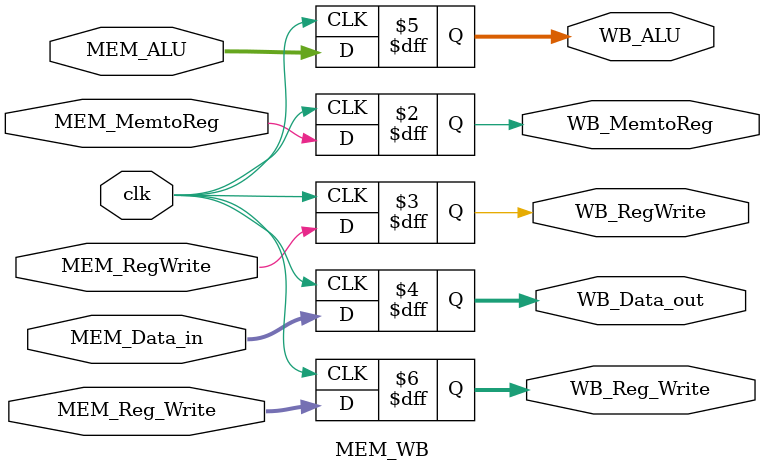
<source format=v>
module MEM_WB (clk, 
    MEM_MemtoReg, MEM_RegWrite, 
    MEM_Data_in, MEM_ALU, MEM_Reg_Write,
    WB_MemtoReg, WB_RegWrite, 
    WB_Data_out, WB_ALU, WB_Reg_Write);
    
    input clk;

    input MEM_MemtoReg;
    input MEM_RegWrite;

    input [31:0] MEM_Data_in;
    input [31:0] MEM_ALU;
    input [4:0]  MEM_Reg_Write;

    output reg WB_MemtoReg;
    output reg WB_RegWrite;

    output reg [31:0] WB_Data_out;
    output reg [31:0] WB_ALU;
    output reg [4:0]  WB_Reg_Write;

    always @(posedge clk) begin
        WB_MemtoReg   <= MEM_MemtoReg;
        WB_RegWrite   <= MEM_RegWrite;
        WB_Data_out   <= MEM_Data_in;
        WB_ALU   <= MEM_ALU;
        WB_Reg_Write  <= MEM_Reg_Write;
    end
endmodule //MEM_WB
</source>
